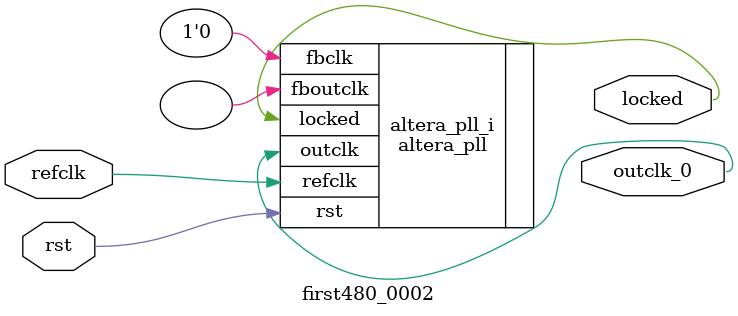
<source format=v>
`timescale 1ns/10ps
module  first480_0002(

	// interface 'refclk'
	input wire refclk,

	// interface 'reset'
	input wire rst,

	// interface 'outclk0'
	output wire outclk_0,

	// interface 'locked'
	output wire locked
);

	altera_pll #(
		.fractional_vco_multiplier("false"),
		.reference_clock_frequency("50.0 MHz"),
		.operation_mode("direct"),
		.number_of_clocks(1),
		.output_clock_frequency0("25.200000 MHz"),
		.phase_shift0("0 ps"),
		.duty_cycle0(50),
		.output_clock_frequency1("0 MHz"),
		.phase_shift1("0 ps"),
		.duty_cycle1(50),
		.output_clock_frequency2("0 MHz"),
		.phase_shift2("0 ps"),
		.duty_cycle2(50),
		.output_clock_frequency3("0 MHz"),
		.phase_shift3("0 ps"),
		.duty_cycle3(50),
		.output_clock_frequency4("0 MHz"),
		.phase_shift4("0 ps"),
		.duty_cycle4(50),
		.output_clock_frequency5("0 MHz"),
		.phase_shift5("0 ps"),
		.duty_cycle5(50),
		.output_clock_frequency6("0 MHz"),
		.phase_shift6("0 ps"),
		.duty_cycle6(50),
		.output_clock_frequency7("0 MHz"),
		.phase_shift7("0 ps"),
		.duty_cycle7(50),
		.output_clock_frequency8("0 MHz"),
		.phase_shift8("0 ps"),
		.duty_cycle8(50),
		.output_clock_frequency9("0 MHz"),
		.phase_shift9("0 ps"),
		.duty_cycle9(50),
		.output_clock_frequency10("0 MHz"),
		.phase_shift10("0 ps"),
		.duty_cycle10(50),
		.output_clock_frequency11("0 MHz"),
		.phase_shift11("0 ps"),
		.duty_cycle11(50),
		.output_clock_frequency12("0 MHz"),
		.phase_shift12("0 ps"),
		.duty_cycle12(50),
		.output_clock_frequency13("0 MHz"),
		.phase_shift13("0 ps"),
		.duty_cycle13(50),
		.output_clock_frequency14("0 MHz"),
		.phase_shift14("0 ps"),
		.duty_cycle14(50),
		.output_clock_frequency15("0 MHz"),
		.phase_shift15("0 ps"),
		.duty_cycle15(50),
		.output_clock_frequency16("0 MHz"),
		.phase_shift16("0 ps"),
		.duty_cycle16(50),
		.output_clock_frequency17("0 MHz"),
		.phase_shift17("0 ps"),
		.duty_cycle17(50),
		.pll_type("General"),
		.pll_subtype("General")
	) altera_pll_i (
		.rst	(rst),
		.outclk	({outclk_0}),
		.locked	(locked),
		.fboutclk	( ),
		.fbclk	(1'b0),
		.refclk	(refclk)
	);
endmodule


</source>
